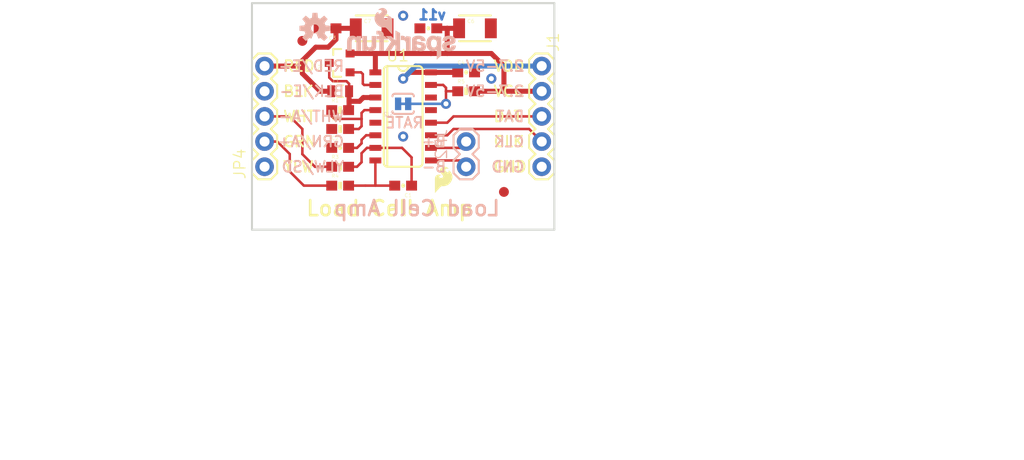
<source format=kicad_pcb>
(kicad_pcb (version 20211014) (generator pcbnew)
  (layers (0 "F.Cu" signal) (31 "B.Cu" signal) (34 "B.Paste" user) (35 "F.Paste" user) (36 "B.SilkS" user "B.Silkscreen") (37 "F.SilkS" user "F.Silkscreen") (38 "B.Mask" user) (39 "F.Mask" user) (44 "Edge.Cuts" user))
  (net 0 "")
  (net 1 "GND")
  (net 2 "VCC")
  (net 3 "DAT")
  (net 4 "SCK")
  (net 5 "N$4")
  (net 6 "N$6")
  (net 7 "N$7")
  (net 8 "N$5")
  (net 9 "N$1")
  (net 10 "N$2")
  (net 11 "N$3")
  (net 12 "A-")
  (net 13 "A+")
  (net 14 "B+")
  (net 15 "B-")
  (net 16 "VDD")
  (net 17 "AVDD")
  (footprint "boardEagle:1X05" (layer "F.Cu") (at 162.4711 99.9236 -90)
    (fp_text reference "J1" (at -1.3462 -1.8288 -90) (layer "F.SilkS") (effects (font (size 1.143 1.143) (thickness 0.127)) (justify left bottom)))
    (fp_text value "")
    (pad "1" thru_hole circle (at 0 0) (size 1.8796 1.8796) (drill 1.016) (layers *.Cu *.Mask) (net 16 "VDD"))
    (pad "2" thru_hole circle (at 2.54 0) (size 1.8796 1.8796) (drill 1.016) (layers *.Cu *.Mask) (net 2 "VCC"))
    (pad "3" thru_hole circle (at 5.08 0) (size 1.8796 1.8796) (drill 1.016) (layers *.Cu *.Mask) (net 3 "DAT"))
    (pad "4" thru_hole circle (at 7.62 0) (size 1.8796 1.8796) (drill 1.016) (layers *.Cu *.Mask) (net 4 "SCK"))
    (pad "5" thru_hole circle (at 10.16 0) (size 1.8796 1.8796) (drill 1.016) (layers *.Cu *.Mask) (net 1 "GND"))
  )
  (footprint "boardEagle:1210" (layer "F.Cu") (at 145.3261 96.1136)
    (fp_text reference "C7" (at -0.8 -0.5) (layer "F.SilkS") (effects (font (size 0.373888 0.373888) (thickness 0.032512)) (justify left bottom)))
    (fp_text value "10uF")
    (pad "1" smd rect (at -1.6 0) (size 1.2 2) (layers "F.Cu" "F.Paste" "F.Mask") (net 17 "AVDD"))
    (pad "2" smd rect (at 1.6 0) (size 1.2 2) (layers "F.Cu" "F.Paste" "F.Mask") (net 1 "GND"))
  )
  (footprint "boardEagle:0603-RES" (layer "F.Cu") (at 142.1511 104.3686)
    (fp_text reference "R1" (at -0.889 -0.762) (layer "F.SilkS") (effects (font (size 0.373888 0.373888) (thickness 0.032512)) (justify left bottom)))
    (fp_text value "20k")
    (pad "1" smd rect (at -0.85 0) (size 1.1 1) (layers "F.Cu" "F.Paste" "F.Mask") (net 6 "N$6"))
    (pad "2" smd rect (at 0.85 0) (size 1.1 1) (layers "F.Cu" "F.Paste" "F.Mask") (net 8 "N$5"))
  )
  (footprint "boardEagle:SFE_LOGO_FLAME_.1" (layer "F.Cu") (at 151.4221 113.0046)
    (fp_text reference "LOGO3" hide)
    (fp_text value "SFE_LOGO_FLAME.1_INCH" hide)
  )
  (footprint "boardEagle:STAND-OFF" (layer "F.Cu") (at 135.8011 113.8936)
    (fp_text reference "STANDOFF1" hide)
    (fp_text value "STAND-OFF" hide)
    (pad "" np_thru_hole circle (at 0 0) (size 3.302 3.302) (drill 3.302) (layers *.Cu *.Mask))
  )
  (footprint "boardEagle:0805" (layer "F.Cu") (at 142.1511 102.4636)
    (fp_text reference "L1" (at -0.762 -0.8255) (layer "F.SilkS") (effects (font (size 0.373888 0.373888) (thickness 0.032512)) (justify left bottom)))
    (fp_text value "3.3uH")
    (pad "1" smd rect (at -0.9 0) (size 0.8 1.2) (layers "F.Cu" "F.Paste" "F.Mask") (net 17 "AVDD"))
    (pad "2" smd rect (at 0.9 0) (size 0.8 1.2) (layers "F.Cu" "F.Paste" "F.Mask") (net 8 "N$5"))
  )
  (footprint "boardEagle:STAND-OFF" (layer "F.Cu") (at 161.2011 96.1136)
    (fp_text reference "STANDOFF4" hide)
    (fp_text value "STAND-OFF" hide)
    (pad "" np_thru_hole circle (at 0 0) (size 3.302 3.302) (drill 3.302) (layers *.Cu *.Mask))
  )
  (footprint "boardEagle:SOT23-3" (layer "F.Cu") (at 142.1511 99.6061 90)
    (fp_text reference "Q1" (at -0.8255 -1.778 90) (layer "F.SilkS") (effects (font (size 0.373888 0.373888) (thickness 0.032512)) (justify left bottom)))
    (fp_text value "MMBT4403")
    (pad "1" smd rect (at -0.95 1 90) (size 0.8 0.9) (layers "F.Cu" "F.Paste" "F.Mask") (net 5 "N$4"))
    (pad "2" smd rect (at 0.95 1 90) (size 0.8 0.9) (layers "F.Cu" "F.Paste" "F.Mask") (net 2 "VCC"))
    (pad "3" smd rect (at 0 -1.1 90) (size 0.8 0.9) (layers "F.Cu" "F.Paste" "F.Mask") (net 8 "N$5"))
  )
  (footprint "boardEagle:0603-CAP" (layer "F.Cu") (at 148.5011 111.9886 180)
    (fp_text reference "C1" (at -0.889 -0.762 180) (layer "F.SilkS") (effects (font (size 0.373888 0.373888) (thickness 0.032512)) (justify right top)))
    (fp_text value "0.1uF")
    (pad "1" smd rect (at -0.85 0 180) (size 1.1 1) (layers "F.Cu" "F.Paste" "F.Mask") (net 10 "N$2"))
    (pad "2" smd rect (at 0.85 0 180) (size 1.1 1) (layers "F.Cu" "F.Paste" "F.Mask") (net 11 "N$3"))
  )
  (footprint "boardEagle:REVISION" (layer "F.Cu") (at 140.2461 139.2936)
    (fp_text reference "U$1" hide)
    (fp_text value "REVISION" hide)
  )
  (footprint "boardEagle:0603-RES" (layer "F.Cu") (at 154.8511 102.4636)
    (fp_text reference "R5" (at -0.889 -0.762) (layer "F.SilkS") (effects (font (size 0.373888 0.373888) (thickness 0.032512)) (justify left bottom)))
    (fp_text value "10K")
    (pad "1" smd rect (at -0.85 0) (size 1.1 1) (layers "F.Cu" "F.Paste" "F.Mask") (net 9 "N$1"))
    (pad "2" smd rect (at 0.85 0) (size 1.1 1) (layers "F.Cu" "F.Paste" "F.Mask") (net 2 "VCC"))
  )
  (footprint "boardEagle:0603-RES" (layer "F.Cu") (at 142.1511 110.0836)
    (fp_text reference "R3" (at -0.889 -0.762) (layer "F.SilkS") (effects (font (size 0.373888 0.373888) (thickness 0.032512)) (justify left bottom)))
    (fp_text value "100")
    (pad "1" smd rect (at -0.85 0) (size 1.1 1) (layers "F.Cu" "F.Paste" "F.Mask") (net 12 "A-"))
    (pad "2" smd rect (at 0.85 0) (size 1.1 1) (layers "F.Cu" "F.Paste" "F.Mask") (net 10 "N$2"))
  )
  (footprint "boardEagle:0603-CAP" (layer "F.Cu") (at 142.1511 108.1786)
    (fp_text reference "C2" (at -0.889 -0.762) (layer "F.SilkS") (effects (font (size 0.373888 0.373888) (thickness 0.032512)) (justify left bottom)))
    (fp_text value "0.1uF")
    (pad "1" smd rect (at -0.85 0) (size 1.1 1) (layers "F.Cu" "F.Paste" "F.Mask") (net 1 "GND"))
    (pad "2" smd rect (at 0.85 0) (size 1.1 1) (layers "F.Cu" "F.Paste" "F.Mask") (net 7 "N$7"))
  )
  (footprint "boardEagle:1X05" (layer "F.Cu") (at 134.5311 110.0836 90)
    (fp_text reference "JP4" (at -1.3462 -1.8288 90) (layer "F.SilkS") (effects (font (size 1.143 1.143) (thickness 0.127)) (justify left bottom)))
    (fp_text value "")
    (pad "1" thru_hole circle (at 0 0 180) (size 1.8796 1.8796) (drill 1.016) (layers *.Cu *.Mask) (net 1 "GND"))
    (pad "2" thru_hole circle (at 2.54 0 180) (size 1.8796 1.8796) (drill 1.016) (layers *.Cu *.Mask) (net 13 "A+"))
    (pad "3" thru_hole circle (at 5.08 0 180) (size 1.8796 1.8796) (drill 1.016) (layers *.Cu *.Mask) (net 12 "A-"))
    (pad "4" thru_hole circle (at 7.62 0 180) (size 1.8796 1.8796) (drill 1.016) (layers *.Cu *.Mask) (net 1 "GND"))
    (pad "5" thru_hole circle (at 10.16 0 180) (size 1.8796 1.8796) (drill 1.016) (layers *.Cu *.Mask) (net 17 "AVDD"))
  )
  (footprint "boardEagle:0603-RES" (layer "F.Cu") (at 142.1511 106.2736)
    (fp_text reference "R2" (at -0.889 -0.762) (layer "F.SilkS") (effects (font (size 0.373888 0.373888) (thickness 0.032512)) (justify left bottom)))
    (fp_text value "8.2K")
    (pad "1" smd rect (at -0.85 0) (size 1.1 1) (layers "F.Cu" "F.Paste" "F.Mask") (net 1 "GND"))
    (pad "2" smd rect (at 0.85 0) (size 1.1 1) (layers "F.Cu" "F.Paste" "F.Mask") (net 6 "N$6"))
  )
  (footprint "boardEagle:FIDUCIAL-1X2" (layer "F.Cu") (at 158.6611 112.6236)
    (fp_text reference "FID2" hide)
    (fp_text value "FIDUCIAL1X2" hide)
    (pad "1" smd roundrect (at 0 0) (size 1 1) (layers "F.Cu" "F.Mask") (roundrect_rratio 0.5))
  )
  (footprint "boardEagle:STAND-OFF" (layer "F.Cu") (at 135.8011 96.1136)
    (fp_text reference "STANDOFF3" hide)
    (fp_text value "STAND-OFF" hide)
    (pad "" np_thru_hole circle (at 0 0) (size 3.302 3.302) (drill 3.302) (layers *.Cu *.Mask))
  )
  (footprint "boardEagle:STAND-OFF" (layer "F.Cu") (at 161.2011 113.8936)
    (fp_text reference "STANDOFF2" hide)
    (fp_text value "STAND-OFF" hide)
    (pad "" np_thru_hole circle (at 0 0) (size 3.302 3.302) (drill 3.302) (layers *.Cu *.Mask))
  )
  (footprint "boardEagle:CREATIVE_COMMONS" (layer "F.Cu") (at 128.1811 135.4836)
    (fp_text reference "FRAME1" hide)
    (fp_text value "FRAME-LETTER" hide)
  )
  (footprint "boardEagle:0603-CAP" (layer "F.Cu") (at 140.8811 96.1136 180)
    (fp_text reference "C3" (at -0.889 -0.762 180) (layer "F.SilkS") (effects (font (size 0.373888 0.373888) (thickness 0.032512)) (justify right top)))
    (fp_text value "0.1uF")
    (pad "1" smd rect (at -0.85 0 180) (size 1.1 1) (layers "F.Cu" "F.Paste" "F.Mask") (net 17 "AVDD"))
    (pad "2" smd rect (at 0.85 0 180) (size 1.1 1) (layers "F.Cu" "F.Paste" "F.Mask") (net 1 "GND"))
  )
  (footprint "boardEagle:0603-RES" (layer "F.Cu") (at 142.1511 111.9886)
    (fp_text reference "R4" (at -0.889 -0.762) (layer "F.SilkS") (effects (font (size 0.373888 0.373888) (thickness 0.032512)) (justify left bottom)))
    (fp_text value "100")
    (pad "1" smd rect (at -0.85 0) (size 1.1 1) (layers "F.Cu" "F.Paste" "F.Mask") (net 13 "A+"))
    (pad "2" smd rect (at 0.85 0) (size 1.1 1) (layers "F.Cu" "F.Paste" "F.Mask") (net 11 "N$3"))
  )
  (footprint "boardEagle:0603-CAP" (layer "F.Cu") (at 151.0411 96.1136 180)
    (fp_text reference "C5" (at -0.889 -0.762 180) (layer "F.SilkS") (effects (font (size 0.373888 0.373888) (thickness 0.032512)) (justify right top)))
    (fp_text value "0.1uF")
    (pad "1" smd rect (at -0.85 0 180) (size 1.1 1) (layers "F.Cu" "F.Paste" "F.Mask") (net 2 "VCC"))
    (pad "2" smd rect (at 0.85 0 180) (size 1.1 1) (layers "F.Cu" "F.Paste" "F.Mask") (net 1 "GND"))
  )
  (footprint "boardEagle:1210" (layer "F.Cu") (at 155.7401 96.1136)
    (fp_text reference "C6" (at -0.8 -0.5) (layer "F.SilkS") (effects (font (size 0.373888 0.373888) (thickness 0.032512)) (justify left bottom)))
    (fp_text value "10uF")
    (pad "1" smd rect (at -1.6 0) (size 1.2 2) (layers "F.Cu" "F.Paste" "F.Mask") (net 2 "VCC"))
    (pad "2" smd rect (at 1.6 0) (size 1.2 2) (layers "F.Cu" "F.Paste" "F.Mask") (net 1 "GND"))
  )
  (footprint "boardEagle:0603-CAP" (layer "F.Cu") (at 154.8511 100.5586)
    (fp_text reference "C4" (at -0.889 -0.762) (layer "F.SilkS") (effects (font (size 0.373888 0.373888) (thickness 0.032512)) (justify left bottom)))
    (fp_text value "0.1uF")
    (pad "1" smd rect (at -0.85 0) (size 1.1 1) (layers "F.Cu" "F.Paste" "F.Mask") (net 16 "VDD"))
    (pad "2" smd rect (at 0.85 0) (size 1.1 1) (layers "F.Cu" "F.Paste" "F.Mask") (net 1 "GND"))
  )
  (footprint "boardEagle:SO16" (layer "F.Cu") (at 148.5011 105.0036 -90)
    (fp_text reference "U1" (at -5.461 1.778) (layer "F.SilkS") (effects (font (size 1.143 1.143) (thickness 0.127)) (justify left bottom)))
    (fp_text value "HX711")
    (pad "1" smd rect (at -4.445 2.8 270) (size 0.6 1.2) (layers "F.Cu" "F.Paste" "F.Mask") (net 2 "VCC"))
    (pad "2" smd rect (at -3.175 2.8 270) (size 0.6 1.2) (layers "F.Cu" "F.Paste" "F.Mask") (net 5 "N$4"))
    (pad "3" smd rect (at -1.905 2.8 270) (size 0.6 1.2) (layers "F.Cu" "F.Paste" "F.Mask") (net 8 "N$5"))
    (pad "4" smd rect (at -0.635 2.8 270) (size 0.6 1.2) (layers "F.Cu" "F.Paste" "F.Mask") (net 6 "N$6"))
    (pad "5" smd rect (at 0.635 2.8 270) (size 0.6 1.2) (layers "F.Cu" "F.Paste" "F.Mask") (net 1 "GND"))
    (pad "6" smd rect (at 1.905 2.8 270) (size 0.6 1.2) (layers "F.Cu" "F.Paste" "F.Mask") (net 7 "N$7"))
    (pad "7" smd rect (at 3.175 2.8 270) (size 0.6 1.2) (layers "F.Cu" "F.Paste" "F.Mask") (net 10 "N$2"))
    (pad "8" smd rect (at 4.445 2.8 270) (size 0.6 1.2) (layers "F.Cu" "F.Paste" "F.Mask") (net 11 "N$3"))
    (pad "9" smd rect (at 4.445 -2.8 270) (size 0.6 1.2) (layers "F.Cu" "F.Paste" "F.Mask") (net 15 "B-"))
    (pad "10" smd rect (at 3.175 -2.8 270) (size 0.6 1.2) (layers "F.Cu" "F.Paste" "F.Mask") (net 14 "B+"))
    (pad "11" smd rect (at 1.905 -2.8 270) (size 0.6 1.2) (layers "F.Cu" "F.Paste" "F.Mask") (net 4 "SCK"))
    (pad "12" smd rect (at 0.635 -2.8 270) (size 0.6 1.2) (layers "F.Cu" "F.Paste" "F.Mask") (net 3 "DAT"))
    (pad "13" smd rect (at -0.635 -2.8 270) (size 0.6 1.2) (layers "F.Cu" "F.Paste" "F.Mask"))
    (pad "14" smd rect (at -1.905 -2.8 270) (size 0.6 1.2) (layers "F.Cu" "F.Paste" "F.Mask") (net 1 "GND"))
    (pad "15" smd rect (at -3.175 -2.8 270) (size 0.6 1.2) (layers "F.Cu" "F.Paste" "F.Mask") (net 9 "N$1"))
    (pad "16" smd rect (at -4.445 -2.8 270) (size 0.6 1.2) (layers "F.Cu" "F.Paste" "F.Mask") (net 16 "VDD"))
  )
  (footprint "boardEagle:FIDUCIAL-1X2" (layer "F.Cu") (at 138.3411 97.3836)
    (fp_text reference "FID1" hide)
    (fp_text value "FIDUCIAL1X2" hide)
    (pad "1" smd roundrect (at 0 0) (size 1 1) (layers "F.Cu" "F.Mask") (roundrect_rratio 0.5))
  )
  (footprint "boardEagle:1X02" (layer "B.Cu") (at 154.8511 107.5436 -90)
    (fp_text reference "JP2" (at -1.3462 1.8288 90) (layer "B.SilkS") (effects (font (size 1.143 1.143) (thickness 0.127)) (justify left bottom mirror)))
    (fp_text value "")
    (pad "1" thru_hole circle (at 0 0 180) (size 1.8796 1.8796) (drill 1.016) (layers *.Cu *.Mask) (net 14 "B+"))
    (pad "2" thru_hole circle (at 2.54 0 180) (size 1.8796 1.8796) (drill 1.016) (layers *.Cu *.Mask) (net 15 "B-"))
  )
  (footprint "boardEagle:SFE_LOGO_NAME_FLAME_.1" (layer "B.Cu") (at 154.2161 99.2886 180)
    (fp_text reference "LOGO1" hide)
    (fp_text value "SFE_LOGO_NAME_FLAME.1_INCH" hide)
  )
  (footprint "boardEagle:OSHW-LOGO-S" (layer "B.Cu") (at 139.6111 96.1136 180)
    (fp_text reference "U7" hide)
    (fp_text value "OSHW-LOGOS" hide)
  )
  (footprint "boardEagle:PAD-JUMPER-2-NC_BY_TRACE_YES_SILK" (layer "B.Cu") (at 148.5011 103.7336)
    (fp_text reference "SJ2" (at -0.9525 1.27 180) (layer "B.SilkS") (effects (font (size 0.373888 0.373888) (thickness 0.032512)) (justify left bottom mirror)))
    (fp_text value "")
    (fp_line (start -0.381 0) (end 0.381 0) (layer "B.Cu") (width 0.254))
    (pad "1" smd rect (at -0.508 0) (size 0.635 1.27) (layers "B.Cu" "B.Mask") (net 1 "GND"))
    (pad "2" smd rect (at 0.508 0) (size 0.635 1.27) (layers "B.Cu" "B.Mask") (net 9 "N$1"))
  )
  (gr_line (start 133.2611 116.4336) (end 133.2611 93.5736) (layer "Edge.Cuts") (width 0.2032))
  (gr_line (start 133.2611 93.5736) (end 163.7411 93.5736) (layer "Edge.Cuts") (width 0.2032))
  (gr_line (start 163.7411 93.5736) (end 163.7411 116.4336) (layer "Edge.Cuts") (width 0.2032))
  (gr_line (start 163.7411 116.4336) (end 133.2611 116.4336) (layer "Edge.Cuts") (width 0.2032))
  (gr_text "v11" (at 152.9461 95.3516) (layer "B.Cu") (effects (font (size 1.016 1.016) (thickness 0.254)) (justify left bottom mirror)))
  (gr_text "B+" (at 152.9461 108.1786) (layer "B.SilkS") (effects (font (size 1.0795 1.0795) (thickness 0.1905)) (justify left bottom mirror)))
  (gr_text "BLK/E-" (at 142.6591 103.0986) (layer "B.SilkS") (effects (font (size 1.0795 1.0795) (thickness 0.1905)) (justify left bottom mirror)))
  (gr_text "GND" (at 160.8201 110.7186) (layer "B.SilkS") (effects (font (size 1.0795 1.0795) (thickness 0.1905)) (justify left bottom mirror)))
  (gr_text "RATE" (at 150.6601 106.2736) (layer "B.SilkS") (effects (font (size 1.0795 1.0795) (thickness 0.1905)) (justify left bottom mirror)))
  (gr_text "2.7-5V" (at 160.8201 103.0986) (layer "B.SilkS") (effects (font (size 1.0795 1.0795) (thickness 0.1905)) (justify left bottom mirror)))
  (gr_text "Load Cell Amp" (at 158.4071 115.1636) (layer "B.SilkS") (effects (font (size 1.5113 1.5113) (thickness 0.2667)) (justify left bottom mirror)))
  (gr_text "GRN/A+" (at 142.6591 108.1786) (layer "B.SilkS") (effects (font (size 1.0795 1.0795) (thickness 0.1905)) (justify left bottom mirror)))
  (gr_text "WHT/A-" (at 142.6591 105.6386) (layer "B.SilkS") (effects (font (size 1.0795 1.0795) (thickness 0.1905)) (justify left bottom mirror)))
  (gr_text "RED/E+" (at 142.6591 100.5586) (layer "B.SilkS") (effects (font (size 1.0795 1.0795) (thickness 0.1905)) (justify left bottom mirror)))
  (gr_text "2.7-5V" (at 160.8201 100.5586) (layer "B.SilkS") (effects (font (size 1.0795 1.0795) (thickness 0.1905)) (justify left bottom mirror)))
  (gr_text "B-" (at 152.9461 110.7186) (layer "B.SilkS") (effects (font (size 1.0795 1.0795) (thickness 0.1905)) (justify left bottom mirror)))
  (gr_text "CLK" (at 160.8201 108.1786) (layer "B.SilkS") (effects (font (size 1.0795 1.0795) (thickness 0.1905)) (justify left bottom mirror)))
  (gr_text "YLW/SD" (at 142.6591 110.7186) (layer "B.SilkS") (effects (font (size 1.0795 1.0795) (thickness 0.1905)) (justify left bottom mirror)))
  (gr_text "DAT" (at 160.8201 105.6386) (layer "B.SilkS") (effects (font (size 1.0795 1.0795) (thickness 0.1905)) (justify left bottom mirror)))
  (gr_text "CLK" (at 157.5181 108.1786) (layer "F.SilkS") (effects (font (size 1.0795 1.0795) (thickness 0.1905)) (justify left bottom)))
  (gr_text "Load Cell Amp" (at 138.5951 115.1636) (layer "F.SilkS") (effects (font (size 1.5113 1.5113) (thickness 0.2667)) (justify left bottom)))
  (gr_text "GRN" (at 136.3091 108.1786) (layer "F.SilkS") (effects (font (size 1.0795 1.0795) (thickness 0.1905)) (justify left bottom)))
  (gr_text "VDD" (at 157.5181 100.5586) (layer "F.SilkS") (effects (font (size 1.0795 1.0795) (thickness 0.1905)) (justify left bottom)))
  (gr_text "DAT" (at 157.5181 105.6386) (layer "F.SilkS") (effects (font (size 1.0795 1.0795) (thickness 0.1905)) (justify left bottom)))
  (gr_text "WHT" (at 136.3091 105.6386) (layer "F.SilkS") (effects (font (size 1.0795 1.0795) (thickness 0.1905)) (justify left bottom)))
  (gr_text "VCC" (at 157.5181 103.0986) (layer "F.SilkS") (effects (font (size 1.0795 1.0795) (thickness 0.1905)) (justify left bottom)))
  (gr_text "GND" (at 157.5181 110.7186) (layer "F.SilkS") (effects (font (size 1.0795 1.0795) (thickness 0.1905)) (justify left bottom)))
  (gr_text "RED" (at 136.3091 100.5586) (layer "F.SilkS") (effects (font (size 1.0795 1.0795) (thickness 0.1905)) (justify left bottom)))
  (gr_text "BLK" (at 136.3091 103.0986) (layer "F.SilkS") (effects (font (size 1.0795 1.0795) (thickness 0.1905)) (justify left bottom)))
  (gr_text "YLW" (at 136.3091 110.7186) (layer "F.SilkS") (effects (font (size 1.0795 1.0795) (thickness 0.1905)) (justify left bottom)))
  (via (at 157.3911 101.1936) (size 1.016) (drill 0.508) (layers "F.Cu" "B.Cu") (net 1))
  (via (at 148.5011 94.8436) (size 1.016) (drill 0.508) (layers "F.Cu" "B.Cu") (net 1))
  (via (at 148.5011 107.0356) (size 1.016) (drill 0.508) (layers "F.Cu" "B.Cu") (net 1))
  (segment (start 145.7011 98.6536) (end 143.1511 98.6536) (width 0.508) (layer "F.Cu") (net 2))
  (segment (start 158.6611 99.9236) (end 157.3911 98.6536) (width 0.508) (layer "F.Cu") (net 2))
  (segment (start 145.7011 100.5586) (end 145.7011 98.6536) (width 0.508) (layer "F.Cu") (net 2))
  (segment (start 152.9461 98.6536) (end 152.9461 96.1136) (width 0.508) (layer "F.Cu") (net 2))
  (segment (start 158.6611 102.4636) (end 162.4711 102.4636) (width 0.508) (layer "F.Cu") (net 2))
  (segment (start 157.3911 98.6536) (end 152.9461 98.6536) (width 0.508) (layer "F.Cu") (net 2))
  (segment (start 158.6611 102.4636) (end 158.6611 99.9236) (width 0.508) (layer "F.Cu") (net 2))
  (segment (start 143.1511 98.6561) (end 143.1511 98.6536) (width 0.508) (layer "F.Cu") (net 2))
  (segment (start 151.2951 98.6536) (end 152.9461 98.6536) (width 0.508) (layer "F.Cu") (net 2))
  (segment (start 152.9461 96.1136) (end 154.1401 96.1136) (width 0.508) (layer "F.Cu") (net 2))
  (segment (start 155.7011 102.4636) (end 158.6611 102.4636) (width 0.508) (layer "F.Cu") (net 2))
  (segment (start 151.3011 98.6596) (end 151.2951 98.6536) (width 0.508) (layer "F.Cu") (net 2))
  (segment (start 151.8911 96.1136) (end 152.9461 96.1136) (width 0.508) (layer "F.Cu") (net 2))
  (segment (start 151.2951 98.6536) (end 145.7011 98.6536) (width 0.508) (layer "F.Cu") (net 2))
  (segment (start 153.5811 105.0036) (end 162.4711 105.0036) (width 0.254) (layer "F.Cu") (net 3))
  (segment (start 152.9461 105.6386) (end 153.5811 105.0036) (width 0.254) (layer "F.Cu") (net 3))
  (segment (start 151.3011 105.6386) (end 152.9461 105.6386) (width 0.254) (layer "F.Cu") (net 3))
  (segment (start 152.9461 106.9086) (end 153.5811 106.2736) (width 0.254) (layer "F.Cu") (net 4))
  (segment (start 161.2011 106.2736) (end 162.4711 107.5436) (width 0.254) (layer "F.Cu") (net 4))
  (segment (start 151.3011 106.9086) (end 152.9461 106.9086) (width 0.254) (layer "F.Cu") (net 4))
  (segment (start 153.5811 106.2736) (end 161.2011 106.2736) (width 0.254) (layer "F.Cu") (net 4))
  (segment (start 144.4371 101.7016) (end 144.5641 101.8286) (width 0.254) (layer "F.Cu") (net 5))
  (segment (start 143.1511 100.5561) (end 144.255718 100.5561) (width 0.254) (layer "F.Cu") (net 5))
  (segment (start 144.5641 101.8286) (end 145.7011 101.8286) (width 0.254) (layer "F.Cu") (net 5))
  (segment (start 144.4371 100.737482) (end 144.4371 101.7016) (width 0.254) (layer "F.Cu") (net 5))
  (segment (start 144.255718 100.5561) (end 144.4371 100.737482) (width 0.254) (layer "F.Cu") (net 5))
  (segment (start 141.3011 104.3686) (end 141.3011 104.988791) (width 0.254) (layer "F.Cu") (net 6))
  (segment (start 144.3101 104.652579) (end 144.594078 104.3686) (width 0.254) (layer "F.Cu") (net 6))
  (segment (start 144.3101 105.2576) (end 144.3101 104.652579) (width 0.254) (layer "F.Cu") (net 6))
  (segment (start 141.3011 104.988791) (end 141.569909 105.2576) (width 0.254) (layer "F.Cu") (net 6))
  (segment (start 144.594078 104.3686) (end 145.7011 104.3686) (width 0.254) (layer "F.Cu") (net 6))
  (segment (start 141.569909 105.2576) (end 144.3101 105.2576) (width 0.254) (layer "F.Cu") (net 6))
  (segment (start 144.3101 105.989622) (end 144.3101 105.2576) (width 0.254) (layer "F.Cu") (net 6))
  (segment (start 144.026121 106.2736) (end 144.3101 105.989622) (width 0.254) (layer "F.Cu") (net 6))
  (segment (start 143.0011 106.2736) (end 144.026121 106.2736) (width 0.254) (layer "F.Cu") (net 6))
  (segment (start 144.3101 107.720697) (end 144.3101 107.366504) (width 0.254) (layer "F.Cu") (net 7))
  (segment (start 144.3101 107.366504) (end 144.768003 106.9086) (width 0.254) (layer "F.Cu") (net 7))
  (segment (start 143.852196 108.1786) (end 144.3101 107.720697) (width 0.254) (layer "F.Cu") (net 7))
  (segment (start 143.0011 108.1786) (end 143.852196 108.1786) (width 0.254) (layer "F.Cu") (net 7))
  (segment (start 144.768003 106.9086) (end 145.7011 106.9086) (width 0.254) (layer "F.Cu") (net 7))
  (segment (start 143.0511 102.4636) (end 143.0511 103.4796) (width 0.508) (layer "F.Cu") (net 8))
  (segment (start 143.0511 104.3686) (end 143.0011 104.3686) (width 0.508) (layer "F.Cu") (net 8))
  (segment (start 144.106196 103.4796) (end 143.0511 103.4796) (width 0.508) (layer "F.Cu") (net 8))
  (segment (start 142.7861 101.4476) (end 141.412171 101.4476) (width 0.254) (layer "F.Cu") (net 8))
  (segment (start 141.412171 101.4476) (end 141.0511 101.086529) (width 0.254) (layer "F.Cu") (net 8))
  (segment (start 143.0511 103.4796) (end 143.0511 104.3686) (width 0.508) (layer "F.Cu") (net 8))
  (segment (start 143.0511 101.7126) (end 142.7861 101.4476) (width 0.254) (layer "F.Cu") (net 8))
  (segment (start 141.0511 101.086529) (end 141.0511 99.6061) (width 0.254) (layer "F.Cu") (net 8))
  (segment (start 144.487196 103.0986) (end 144.106196 103.4796) (width 0.508) (layer "F.Cu") (net 8))
  (segment (start 145.7011 103.0986) (end 144.487196 103.0986) (width 0.508) (layer "F.Cu") (net 8))
  (segment (start 143.0511 102.4636) (end 143.0511 101.7126) (width 0.254) (layer "F.Cu") (net 8))
  (segment (start 152.535121 101.8286) (end 152.8191 102.112579) (width 0.254) (layer "F.Cu") (net 9))
  (segment (start 152.8191 102.112579) (end 152.8191 102.4636) (width 0.254) (layer "F.Cu") (net 9))
  (segment (start 154.0011 102.4636) (end 152.8191 102.4636) (width 0.254) (layer "F.Cu") (net 9))
  (segment (start 151.3011 101.8286) (end 152.535121 101.8286) (width 0.254) (layer "F.Cu") (net 9))
  (segment (start 152.8191 103.7336) (end 152.8191 102.4636) (width 0.254) (layer "F.Cu") (net 9))
  (via (at 152.8191 103.7336) (size 1.016) (drill 0.508) (layers "F.Cu" "B.Cu") (net 9))
  (segment (start 149.0091 103.7336) (end 152.8191 103.7336) (width 0.254) (layer "B.Cu") (net 9))
  (segment (start 144.3101 109.625697) (end 144.3101 108.717413) (width 0.254) (layer "F.Cu") (net 10))
  (segment (start 148.388837 108.1786) (end 149.3511 109.140863) (width 0.254) (layer "F.Cu") (net 10))
  (segment (start 145.7011 108.1786) (end 148.388837 108.1786) (width 0.254) (layer "F.Cu") (net 10))
  (segment (start 149.3511 109.140863) (end 149.3511 111.9886) (width 0.254) (layer "F.Cu") (net 10))
  (segment (start 144.848912 108.1786) (end 145.7011 108.1786) (width 0.254) (layer "F.Cu") (net 10))
  (segment (start 143.0011 110.0836) (end 143.852196 110.0836) (width 0.254) (layer "F.Cu") (net 10))
  (segment (start 144.3101 108.717413) (end 144.848912 108.1786) (width 0.254) (layer "F.Cu") (net 10))
  (segment (start 143.852196 110.0836) (end 144.3101 109.625697) (width 0.254) (layer "F.Cu") (net 10))
  (segment (start 143.0011 111.9886) (end 144.6911 111.9886) (width 0.254) (layer "F.Cu") (net 11))
  (segment (start 145.7011 111.9886) (end 147.6511 111.9886) (width 0.254) (layer "F.Cu") (net 11))
  (segment (start 145.7011 109.4486) (end 145.7011 111.9886) (width 0.254) (layer "F.Cu") (net 11))
  (segment (start 145.7011 111.9886) (end 144.6911 111.9886) (width 0.254) (layer "F.Cu") (net 11))
  (segment (start 138.3411 106.2736) (end 138.3411 108.8136) (width 0.254) (layer "F.Cu") (net 12))
  (segment (start 139.6111 110.0836) (end 141.3011 110.0836) (width 0.254) (layer "F.Cu") (net 12))
  (segment (start 138.3411 108.8136) (end 139.6111 110.0836) (width 0.254) (layer "F.Cu") (net 12))
  (segment (start 134.5311 105.0036) (end 137.0711 105.0036) (width 0.254) (layer "F.Cu") (net 12))
  (segment (start 137.0711 105.0036) (end 138.3411 106.2736) (width 0.254) (layer "F.Cu") (net 12))
  (segment (start 141.3011 111.9886) (end 138.491003 111.9886) (width 0.254) (layer "F.Cu") (net 13))
  (segment (start 137.0711 110.568697) (end 137.0711 108.800835) (width 0.254) (layer "F.Cu") (net 13))
  (segment (start 138.491003 111.9886) (end 137.0711 110.568697) (width 0.254) (layer "F.Cu") (net 13))
  (segment (start 135.813865 107.5436) (end 134.5311 107.5436) (width 0.254) (layer "F.Cu") (net 13))
  (segment (start 137.0711 108.800835) (end 135.813865 107.5436) (width 0.254) (layer "F.Cu") (net 13))
  (segment (start 151.3011 108.1786) (end 154.2161 108.1786) (width 0.254) (layer "F.Cu") (net 14))
  (segment (start 154.2161 108.1786) (end 154.8511 107.5436) (width 0.254) (layer "F.Cu") (net 14))
  (segment (start 151.3011 109.4486) (end 154.2161 109.4486) (width 0.254) (layer "F.Cu") (net 15))
  (segment (start 154.2161 109.4486) (end 154.8511 110.0836) (width 0.254) (layer "F.Cu") (net 15))
  (segment (start 154.0011 100.5586) (end 149.1361 100.5586) (width 0.508) (layer "F.Cu") (net 16))
  (segment (start 154.0011 100.5586) (end 151.3011 100.5586) (width 0.508) (layer "F.Cu") (net 16))
  (segment (start 149.1361 100.5586) (end 148.5011 101.1936) (width 0.508) (layer "F.Cu") (net 16))
  (via (at 148.5011 101.1936) (size 1.016) (drill 0.508) (layers "F.Cu" "B.Cu") (net 16))
  (segment (start 149.7711 99.9236) (end 162.4711 99.9236) (width 0.508) (layer "B.Cu") (net 16))
  (segment (start 148.5011 101.1936) (end 149.7711 99.9236) (width 0.508) (layer "B.Cu") (net 16))
  (segment (start 139.691128 98.0186) (end 140.947978 98.0186) (width 0.508) (layer "F.Cu") (net 17))
  (segment (start 138.3411 99.9236) (end 134.5311 99.9236) (width 0.508) (layer "F.Cu") (net 17))
  (segment (start 141.7311 97.235479) (end 141.7311 96.1136) (width 0.508) (layer "F.Cu") (net 17))
  (segment (start 140.13715 102.4636) (end 138.3411 100.66755) (width 0.508) (layer "F.Cu") (net 17))
  (segment (start 141.2511 102.4636) (end 140.13715 102.4636) (width 0.508) (layer "F.Cu") (net 17))
  (segment (start 140.947978 98.0186) (end 141.7311 97.235479) (width 0.508) (layer "F.Cu") (net 17))
  (segment (start 138.3411 99.368629) (end 139.691128 98.0186) (width 0.508) (layer "F.Cu") (net 17))
  (segment (start 138.3411 99.9236) (end 138.3411 99.368629) (width 0.508) (layer "F.Cu") (net 17))
  (segment (start 141.7311 96.1136) (end 143.7261 96.1136) (width 0.508) (layer "F.Cu") (net 17))
  (segment (start 138.3411 100.66755) (end 138.3411 99.9236) (width 0.508) (layer "F.Cu") (net 17))
)
</source>
